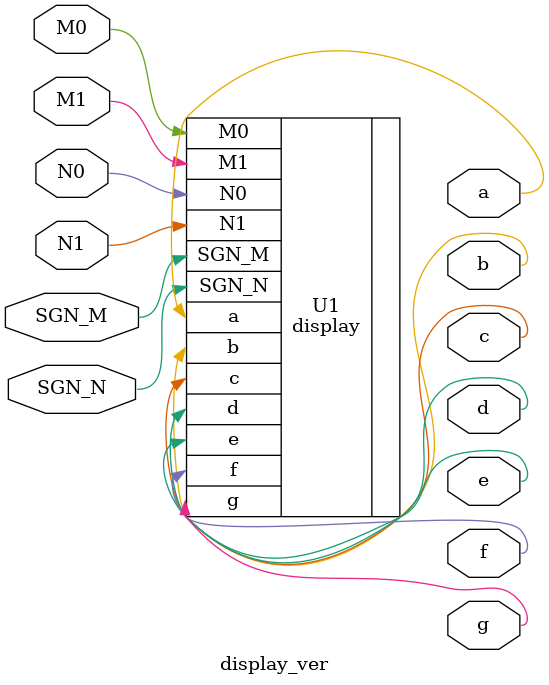
<source format=v>
`timescale 1ns / 1ps


module display_ver(
    input wire SGN_M,
    input wire M1,
    input wire M0,
    input wire SGN_N,
    input wire N1,
    input wire N0,
    output wire a,
    output wire b,
    output wire c,
    output wire d,
    output wire e,
    output wire f,
    output wire g
    );

display U1(
    .SGN_M(SGN_M), .SGN_N(SGN_N),
    .M1(M1), .M0(M0),
    .N1(N1), .N0(N0),
    .a(a), .b(b), .c(c), .d(d), .e(e), .f(f), .g(g)
    );

endmodule

</source>
